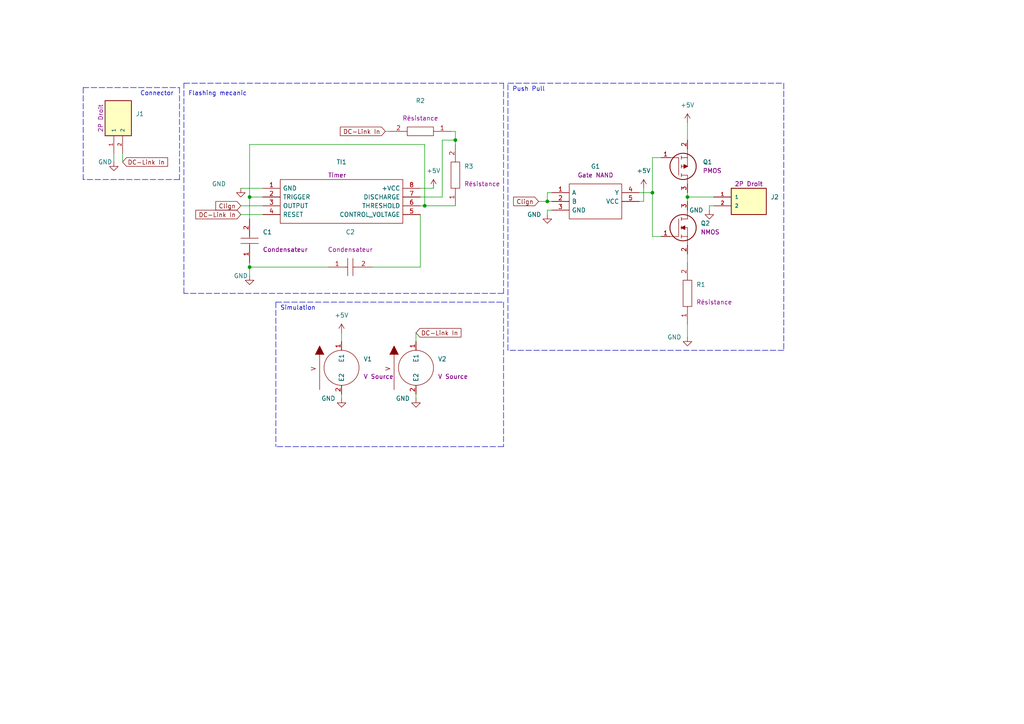
<source format=kicad_sch>
(kicad_sch (version 20211123) (generator eeschema)
  (paper "A4")
  (lib_symbols
    (symbol "2P Droit 2-11-2022_1" (pin_names (offset 1.016))
      (property "Reference" "J" (at 6.35 5.08 0))
      (property "Render Name" "2P Droit" (at 0 3.81 0))
      (symbol "2P Droit 2-11-2022_1_0_0"
        (rectangle (start -5.08 -5.08) (end 5.08 2.54) (stroke (width 0.254)) (fill (type background)))
        (pin passive line (at -10.16 0 0) (length 5.08) (name "1") (number "1"))
        (pin passive line (at -10.16 -2.54 0) (length 5.08) (name "2") (number "2"))
      )
    )
    (symbol "Condensateur 0805Y1000104JXT_1" (pin_names (offset 0.762))
      (property "Reference" "C" (at 20.32 5.08 0))
      (property "Spice_Model" "10" (at 5.08 6.35 0))
      (property "Render Name" "Condensateur" (at 6.35 3.81 0))
      (symbol "Condensateur 0805Y1000104JXT_1_0_0"
        (pin passive line (at 0 0 0) (length 5.08) (name "~") (number "1"))
        (pin passive line (at 12.7 0 180) (length 5.08) (name "~") (number "2"))
      )
      (symbol "Condensateur 0805Y1000104JXT_1_0_1"
        (polyline (pts (xy 5.08 0) (xy 5.588 0)) (stroke (width 0.1524)))
        (polyline (pts (xy 5.588 2.54) (xy 5.588 -2.54)) (stroke (width 0.1524)))
        (polyline (pts (xy 7.112 0) (xy 7.62 0)) (stroke (width 0.1524)))
        (polyline (pts (xy 7.112 2.54) (xy 7.112 -2.54)) (stroke (width 0.1524)))
      )
    )
    (symbol "EPSA_lib:2P Droit 2-11-2022" (pin_names (offset 1.016))
      (property "Reference" "J" (at 6.35 5.08 0))
      (property "Render Name" "2P Droit" (at 0 3.81 0))
      (symbol "2P Droit 2-11-2022_0_0"
        (rectangle (start -5.08 -5.08) (end 5.08 2.54) (stroke (width 0.254)) (fill (type background)))
        (pin passive line (at -10.16 0 0) (length 5.08) (name "1") (number "1"))
        (pin passive line (at -10.16 -2.54 0) (length 5.08) (name "2") (number "2"))
      )
    )
    (symbol "EPSA_lib:Condensateur 0805Y1000104JXT" (pin_names (offset 0.762))
      (property "Reference" "C" (at 20.32 5.08 0))
      (property "Spice_Model" "10" (at 5.08 6.35 0))
      (property "Render Name" "Condensateur" (at 6.35 3.81 0))
      (symbol "Condensateur 0805Y1000104JXT_0_0"
        (pin passive line (at 0 0 0) (length 5.08) (name "~") (number "1"))
        (pin passive line (at 12.7 0 180) (length 5.08) (name "~") (number "2"))
      )
      (symbol "Condensateur 0805Y1000104JXT_0_1"
        (polyline (pts (xy 5.08 0) (xy 5.588 0)) (stroke (width 0.1524)))
        (polyline (pts (xy 5.588 2.54) (xy 5.588 -2.54)) (stroke (width 0.1524)))
        (polyline (pts (xy 7.112 0) (xy 7.62 0)) (stroke (width 0.1524)))
        (polyline (pts (xy 7.112 2.54) (xy 7.112 -2.54)) (stroke (width 0.1524)))
      )
    )
    (symbol "EPSA_lib:Gate NAND SN74AHCT1G00DBVR" (pin_names (offset 0.762))
      (property "Reference" "G" (at 35.56 8.89 0))
      (property "Render Name" "Gate NAND" (at 12.7 3.81 0))
      (symbol "Gate NAND SN74AHCT1G00DBVR_0_0"
        (pin passive line (at 0 0 0) (length 5.08) (name "A") (number "1"))
        (pin passive line (at 0 -2.54 0) (length 5.08) (name "B") (number "2"))
        (pin passive line (at 0 -5.08 0) (length 5.08) (name "GND") (number "3"))
        (pin passive line (at 25.4 0 180) (length 5.08) (name "Y") (number "4"))
        (pin passive line (at 25.4 -2.54 180) (length 5.08) (name "VCC") (number "5"))
      )
      (symbol "Gate NAND SN74AHCT1G00DBVR_0_1"
        (polyline (pts (xy 5.08 2.54) (xy 20.32 2.54) (xy 20.32 -7.62) (xy 5.08 -7.62) (xy 5.08 2.54)) (stroke (width 0.1524)))
      )
    )
    (symbol "EPSA_lib:NMOS SQ2348ES-T1_GE3" (pin_names (offset 0.762))
      (property "Reference" "Q" (at 41.91 12.7 0))
      (property "Render Name" "NMOS" (at 15.875 0.635 0))
      (symbol "NMOS SQ2348ES-T1_GE3_0_0"
        (pin passive line (at 13.335 12.065 270) (length 2.54) (name "~") (number "1"))
        (pin passive line (at 8.255 4.445 0) (length 2.54) (name "~") (number "2"))
        (pin passive line (at 23.495 4.445 180) (length 2.54) (name "~") (number "3"))
      )
      (symbol "NMOS SQ2348ES-T1_GE3_0_1"
        (polyline (pts (xy 12.827 6.223) (xy 13.843 6.223)) (stroke (width 0.1524)))
        (polyline (pts (xy 13.335 6.223) (xy 13.335 4.445)) (stroke (width 0.1524)))
        (polyline (pts (xy 15.367 6.223) (xy 16.383 6.223)) (stroke (width 0.1524)))
        (polyline (pts (xy 15.875 4.445) (xy 10.795 4.445)) (stroke (width 0.1524)))
        (polyline (pts (xy 15.875 4.445) (xy 15.875 6.223)) (stroke (width 0.1524)))
        (polyline (pts (xy 18.415 4.445) (xy 18.415 6.223)) (stroke (width 0.1524)))
        (polyline (pts (xy 18.415 4.445) (xy 20.955 4.445)) (stroke (width 0.1524)))
        (polyline (pts (xy 18.923 6.223) (xy 17.907 6.223)) (stroke (width 0.1524)))
        (polyline (pts (xy 13.335 9.525) (xy 13.335 6.985) (xy 18.415 6.985)) (stroke (width 0.1524)))
        (polyline (pts (xy 15.875 6.223) (xy 16.383 5.207) (xy 15.367 5.207) (xy 15.875 6.223)) (stroke (width 0.254)) (fill (type outline)))
        (circle (center 15.875 5.715) (radius 3.81) (stroke (width 0.254)))
      )
    )
    (symbol "EPSA_lib:PMOS SI2343CDS-T1-GE3" (pin_names (offset 0.762))
      (property "Reference" "Q" (at 27.94 12.7 0))
      (property "Render Name" "PMOS" (at 1.27 -1.27 0))
      (symbol "PMOS SI2343CDS-T1-GE3_0_0"
        (pin passive line (at -1.905 10.795 270) (length 2.54) (name "~") (number "1"))
        (pin passive line (at -6.985 3.175 0) (length 2.54) (name "~") (number "2"))
        (pin passive line (at 8.255 3.175 180) (length 2.54) (name "~") (number "3"))
      )
      (symbol "PMOS SI2343CDS-T1-GE3_0_1"
        (polyline (pts (xy -2.413 4.953) (xy -1.397 4.953)) (stroke (width 0.1524)))
        (polyline (pts (xy -1.905 4.953) (xy -1.905 3.175)) (stroke (width 0.1524)))
        (polyline (pts (xy 0.127 4.953) (xy 1.143 4.953)) (stroke (width 0.1524)))
        (polyline (pts (xy 0.635 3.175) (xy -4.445 3.175)) (stroke (width 0.1524)))
        (polyline (pts (xy 0.635 3.175) (xy 0.635 4.953)) (stroke (width 0.1524)))
        (polyline (pts (xy 3.175 3.175) (xy 3.175 4.953)) (stroke (width 0.1524)))
        (polyline (pts (xy 3.175 3.175) (xy 5.715 3.175)) (stroke (width 0.1524)))
        (polyline (pts (xy 3.683 4.953) (xy 2.667 4.953)) (stroke (width 0.1524)))
        (polyline (pts (xy -1.905 8.255) (xy -1.905 5.715) (xy 3.175 5.715)) (stroke (width 0.1524)))
        (polyline (pts (xy 0.635 3.175) (xy 1.143 4.191) (xy 0.127 4.191) (xy 0.635 3.175)) (stroke (width 0.254)) (fill (type outline)))
        (circle (center 0.635 4.445) (radius 3.81) (stroke (width 0.254)))
      )
    )
    (symbol "EPSA_lib:Résistance RK73H2BLTDD2152F" (pin_names (offset 0.762))
      (property "Reference" "R" (at 25.4 5.08 0))
      (property "Spice_Model" "10" (at 7.62 5.08 0))
      (property "Render Name" "Résistance" (at 8.89 2.54 0))
      (symbol "Résistance RK73H2BLTDD2152F_0_0"
        (pin passive line (at 0 0 0) (length 5.08) (name "~") (number "1"))
        (pin passive line (at 17.78 0 180) (length 5.08) (name "~") (number "2"))
      )
      (symbol "Résistance RK73H2BLTDD2152F_0_1"
        (polyline (pts (xy 5.08 1.27) (xy 12.7 1.27) (xy 12.7 -1.27) (xy 5.08 -1.27) (xy 5.08 1.27)) (stroke (width 0.1524)))
      )
    )
    (symbol "EPSA_lib:Timer 555 LM555CMX_NOPB" (pin_names (offset 0.762))
      (property "Reference" "TI" (at 53.34 10.16 0))
      (property "Render Name" "Timer" (at 21.59 3.81 0))
      (symbol "Timer 555 LM555CMX_NOPB_0_0"
        (pin passive line (at 0 0 0) (length 5.08) (name "GND") (number "1"))
        (pin passive line (at 0 -2.54 0) (length 5.08) (name "TRIGGER") (number "2"))
        (pin passive line (at 0 -5.08 0) (length 5.08) (name "OUTPUT") (number "3"))
        (pin passive line (at 0 -7.62 0) (length 5.08) (name "RESET") (number "4"))
        (pin passive line (at 45.72 -7.62 180) (length 5.08) (name "CONTROL_VOLTAGE") (number "5"))
        (pin passive line (at 45.72 -5.08 180) (length 5.08) (name "THRESHOLD") (number "6"))
        (pin passive line (at 45.72 -2.54 180) (length 5.08) (name "DISCHARGE") (number "7"))
        (pin passive line (at 45.72 0 180) (length 5.08) (name "+VCC") (number "8"))
      )
      (symbol "Timer 555 LM555CMX_NOPB_0_1"
        (polyline (pts (xy 5.08 2.54) (xy 40.64 2.54) (xy 40.64 -10.16) (xy 5.08 -10.16) (xy 5.08 2.54)) (stroke (width 0.1524)))
      )
    )
    (symbol "EPSA_lib:VSOURCE" (pin_names (offset 1.016)) (in_bom no) (on_board no)
      (property "Reference" "V" (at 8.89 12.7 0))
      (property "Spice_Model" "dc 5" (at -1.27 12.7 0))
      (property "Render Name" "V Source" (at -1.27 10.16 0))
      (symbol "VSOURCE_0_1"
        (circle (center -1.27 0) (radius 5.08))
        (polyline (pts (xy -7.62 6.35) (xy 2.54 6.35)) (fill (type outline)))
        (polyline (pts (xy 2.54 7.62) (xy 5.08 6.35) (xy 2.54 5.08)) (fill (type outline)))
        (text "V" (at -1.524 8.128 0) (effects (font (size 1.27 1.27))))
      )
      (symbol "VSOURCE_1_1"
        (pin input line (at 6.35 0 180) (length 2.54) (name "E1") (number "1"))
        (pin input line (at -8.89 0 0) (length 2.54) (name "E2") (number "2"))
      )
    )
    (symbol "Résistance RK73H2BLTDD2152F_1" (pin_names (offset 0.762))
      (property "Reference" "R" (at 25.4 5.08 0))
      (property "Spice_Model" "10" (at 7.62 5.08 0))
      (property "Render Name" "Résistance" (at 8.89 2.54 0))
      (symbol "Résistance RK73H2BLTDD2152F_1_0_0"
        (pin passive line (at 0 0 0) (length 5.08) (name "~") (number "1"))
        (pin passive line (at 17.78 0 180) (length 5.08) (name "~") (number "2"))
      )
      (symbol "Résistance RK73H2BLTDD2152F_1_0_1"
        (polyline (pts (xy 5.08 1.27) (xy 12.7 1.27) (xy 12.7 -1.27) (xy 5.08 -1.27) (xy 5.08 1.27)) (stroke (width 0.1524)))
      )
    )
    (symbol "Résistance RK73H2BLTDD2152F_2" (pin_names (offset 0.762))
      (property "Reference" "R" (at 25.4 5.08 0))
      (property "Spice_Model" "10" (at 7.62 5.08 0))
      (property "Render Name" "Résistance" (at 8.89 2.54 0))
      (symbol "Résistance RK73H2BLTDD2152F_2_0_0"
        (pin passive line (at 0 0 0) (length 5.08) (name "~") (number "1"))
        (pin passive line (at 17.78 0 180) (length 5.08) (name "~") (number "2"))
      )
      (symbol "Résistance RK73H2BLTDD2152F_2_0_1"
        (polyline (pts (xy 5.08 1.27) (xy 12.7 1.27) (xy 12.7 -1.27) (xy 5.08 -1.27) (xy 5.08 1.27)) (stroke (width 0.1524)))
      )
    )
    (symbol "power:+5V" (power) (pin_names (offset 0))
      (property "Value" "+5V" (at 0 3.556 0))
      (symbol "+5V_0_1"
        (polyline (pts (xy -0.762 1.27) (xy 0 2.54)))
        (polyline (pts (xy 0 0) (xy 0 2.54)))
        (polyline (pts (xy 0 2.54) (xy 0.762 1.27)))
      )
      (symbol "+5V_1_1"
        (pin power_in line (at 0 0 90) (length 0) hide (name "+5V") (number "1"))
      )
    )
    (symbol "power:GND" (power) (pin_names (offset 0))
      (property "Value" "GND" (at 0 -3.81 0))
      (symbol "GND_0_1"
        (polyline (pts (xy 0 0) (xy 0 -1.27) (xy 1.27 -1.27) (xy 0 -2.54) (xy -1.27 -1.27) (xy 0 -1.27)))
      )
      (symbol "GND_1_1"
        (pin power_in line (at 0 0 270) (length 0) hide (name "GND") (number "1"))
      )
    )
  )
  (junction (at 123.19 59.69))
  (junction (at 132.08 40.64))
  (junction (at 72.39 77.47))
  (junction (at 199.39 57.15))
  (junction (at 72.39 57.15))
  (junction (at 189.23 55.88))
  (junction (at 158.75 58.42))
  (polyline (pts (xy 24.13 25.4) (xy 24.13 52.07)))
  (polyline (pts (xy 52.07 25.4) (xy 52.07 52.07)))
  (wire (pts (xy 186.69 54.61) (xy 186.69 58.42)))
  (polyline (pts (xy 24.13 25.4) (xy 52.07 25.4)))
  (wire (pts (xy 69.85 59.69) (xy 76.2 59.69)))
  (wire (pts (xy 121.92 62.23) (xy 121.92 77.47)))
  (polyline (pts (xy 147.32 101.6) (xy 147.32 24.13)))
  (polyline (pts (xy 80.01 87.63) (xy 146.05 87.63)))
  (polyline (pts (xy 146.05 87.63) (xy 146.05 129.54)))
  (wire (pts (xy 191.77 45.72) (xy 189.23 45.72)))
  (wire (pts (xy 72.39 41.91) (xy 123.19 41.91)))
  (wire (pts (xy 185.42 55.88) (xy 189.23 55.88)))
  (wire (pts (xy 132.08 38.1) (xy 132.08 40.64)))
  (wire (pts (xy 205.74 59.69) (xy 205.74 60.96)))
  (wire (pts (xy 128.27 40.64) (xy 128.27 57.15)))
  (polyline (pts (xy 227.33 101.6) (xy 147.32 101.6)))
  (polyline (pts (xy 227.33 24.13) (xy 227.33 101.6)))
  (wire (pts (xy 189.23 45.72) (xy 189.23 55.88)))
  (wire (pts (xy 72.39 57.15) (xy 72.39 63.5)))
  (wire (pts (xy 199.39 57.15) (xy 207.01 57.15)))
  (wire (pts (xy 158.75 55.88) (xy 158.75 58.42)))
  (wire (pts (xy 156.21 58.42) (xy 158.75 58.42)))
  (polyline (pts (xy 147.32 24.13) (xy 227.33 24.13)))
  (wire (pts (xy 120.65 96.52) (xy 120.65 99.06)))
  (wire (pts (xy 123.19 59.69) (xy 132.08 59.69)))
  (wire (pts (xy 120.65 114.3) (xy 120.65 115.57)))
  (wire (pts (xy 160.02 55.88) (xy 158.75 55.88)))
  (wire (pts (xy 69.85 54.61) (xy 76.2 54.61)))
  (wire (pts (xy 72.39 77.47) (xy 72.39 80.01)))
  (wire (pts (xy 205.74 59.69) (xy 207.01 59.69)))
  (polyline (pts (xy 80.01 87.63) (xy 80.01 129.54)))
  (polyline (pts (xy 146.05 129.54) (xy 80.01 129.54)))
  (wire (pts (xy 35.56 44.45) (xy 35.56 46.99)))
  (wire (pts (xy 132.08 38.1) (xy 130.81 38.1)))
  (wire (pts (xy 199.39 93.98) (xy 199.39 97.79)))
  (wire (pts (xy 113.03 38.1) (xy 111.76 38.1)))
  (wire (pts (xy 121.92 77.47) (xy 107.95 77.47)))
  (wire (pts (xy 99.06 114.3) (xy 99.06 115.57)))
  (polyline (pts (xy 146.05 85.09) (xy 53.34 85.09)))
  (wire (pts (xy 199.39 35.56) (xy 199.39 40.64)))
  (wire (pts (xy 121.92 57.15) (xy 128.27 57.15)))
  (wire (pts (xy 189.23 55.88) (xy 189.23 68.58)))
  (wire (pts (xy 132.08 40.64) (xy 128.27 40.64)))
  (wire (pts (xy 158.75 58.42) (xy 160.02 58.42)))
  (wire (pts (xy 158.75 60.96) (xy 158.75 62.23)))
  (wire (pts (xy 72.39 41.91) (xy 72.39 57.15)))
  (wire (pts (xy 132.08 40.64) (xy 132.08 41.91)))
  (wire (pts (xy 72.39 77.47) (xy 95.25 77.47)))
  (polyline (pts (xy 52.07 52.07) (xy 24.13 52.07)))
  (polyline (pts (xy 53.34 24.13) (xy 146.05 24.13)))
  (wire (pts (xy 99.06 96.52) (xy 99.06 99.06)))
  (polyline (pts (xy 146.05 24.13) (xy 146.05 85.09)))
  (wire (pts (xy 199.39 57.15) (xy 199.39 58.42)))
  (wire (pts (xy 69.85 62.23) (xy 76.2 62.23)))
  (wire (pts (xy 72.39 76.2) (xy 72.39 77.47)))
  (wire (pts (xy 189.23 68.58) (xy 191.77 68.58)))
  (wire (pts (xy 33.02 44.45) (xy 33.02 46.99)))
  (wire (pts (xy 72.39 57.15) (xy 76.2 57.15)))
  (wire (pts (xy 199.39 73.66) (xy 199.39 76.2)))
  (polyline (pts (xy 53.34 85.09) (xy 53.34 24.13)))
  (wire (pts (xy 121.92 54.61) (xy 125.73 54.61)))
  (wire (pts (xy 199.39 55.88) (xy 199.39 57.15)))
  (wire (pts (xy 160.02 60.96) (xy 158.75 60.96)))
  (wire (pts (xy 185.42 58.42) (xy 186.69 58.42)))
  (wire (pts (xy 123.19 59.69) (xy 123.19 41.91)))
  (wire (pts (xy 121.92 59.69) (xy 123.19 59.69)))
  (text "Push Pull\n" (at 148.59 26.67 0) (effects (font (size 1.27 1.27)) (justify left bottom)))
  (text "Connector\n" (at 40.64 27.94 0) (effects (font (size 1.27 1.27)) (justify left bottom)))
  (text "Simulation\n" (at 81.28 90.17 0) (effects (font (size 1.27 1.27)) (justify left bottom)))
  (text "Flashing mecanic\n" (at 54.61 27.94 0) (effects (font (size 1.27 1.27)) (justify left bottom)))
  (global_label "DC-Link In" (shape input) (at 111.76 38.1 180) (property "Intersheet References" "${INTERSHEET_REFS}" (effects hide)))
  (global_label "DC-Link In" (shape input) (at 120.65 96.52 0) (property "Intersheet References" "${INTERSHEET_REFS}" (effects hide)))
  (global_label "Clign" (shape input) (at 156.21 58.42 180) (property "Intersheet References" "${INTERSHEET_REFS}" (effects hide)))
  (global_label "DC-Link In" (shape input) (at 35.56 46.99 0) (property "Intersheet References" "${INTERSHEET_REFS}" (effects hide)))
  (global_label "DC-Link In" (shape input) (at 69.85 62.23 180) (property "Intersheet References" "${INTERSHEET_REFS}" (effects hide)))
  (global_label "Clign" (shape input) (at 69.85 59.69 180) (property "Intersheet References" "${INTERSHEET_REFS}" (effects hide)))
  (symbol (lib_id "power:+5V") (at 125.73 54.61 0) (unit 1)
    (property "Reference" "#PWR012" (effects hide))
    (property "Value" "+5V" (at 125.73 49.53 0))
  )
  (symbol (lib_id "EPSA_lib:Gate NAND SN74AHCT1G00DBVR") (at 160.02 55.88 0) (unit 1)
    (property "Reference" "G1" (at 172.72 48.26 0))
    (property "Value" "Gate NAND SN74AHCT1G00DBVR" (effects hide))
    (property "Footprint" "EPSA_lib:SOT95P280X145-5N" (effects hide))
    (property "Datasheet" "http://www.ti.com/lit/gpn/sn74ahct1g00" (effects hide))
    (property "Description" "Single 2-Input Positive-NAND Gate" (effects hide))
    (property "Height" "1.45" (effects hide))
    (property "Manufacturer_Name" "Texas Instruments" (effects hide))
    (property "Manufacturer_Part_Number" "SN74AHCT1G00DBVR" (effects hide))
    (property "Mouser Part Number" "595-SN74AHCT1G00DBVR" (effects hide))
    (property "Mouser Price/Stock" "https://www.mouser.co.uk/ProductDetail/Texas-Instruments/SN74AHCT1G00DBVR?qs=w32V8uFkMxnwwXcMH%2F61Dg%3D%3D" (effects hide))
    (property "Arrow Part Number" "SN74AHCT1G00DBVR" (effects hide))
    (property "Arrow Price/Stock" "https://www.arrow.com/en/products/sn74ahct1g00dbvr/texas-instruments" (effects hide))
    (property "Spice_Primitive" "X" (effects hide))
    (property "Spice_Model" "SN74AHCT1G00" (effects hide))
    (property "Spice_Netlist_Enabled" "Y" (effects hide))
    (property "Spice_Node_Sequence" "4,1,2,5,3" (effects hide))
    (property "Spice_Lib_File" "${EPSA}\\SpiceModel\\NAND_SN74AHCT1G00.lib" (effects hide))
    (property "Render Name" "Gate NAND" (at 172.72 50.8 0))
  )
  (symbol (lib_id "power:GND") (at 199.39 97.79 0) (unit 1)
    (property "Reference" "#PWR08" (effects hide))
    (property "Value" "GND" (at 195.58 97.79 0))
  )
  (symbol (lib_id "power:+5V") (at 186.69 54.61 0) (unit 1)
    (property "Reference" "#PWR06" (effects hide))
    (property "Value" "+5V" (at 186.69 49.53 0))
  )
  (symbol (lib_id "power:GND") (at 158.75 62.23 0) (unit 1)
    (property "Reference" "#PWR05" (effects hide))
    (property "Value" "GND" (at 154.94 62.23 0))
  )
  (symbol (lib_id "power:+5V") (at 199.39 35.56 0) (unit 1)
    (property "Reference" "#PWR07" (effects hide))
    (property "Value" "+5V" (at 199.39 30.48 0))
  )
  (symbol (lib_id "power:GND") (at 33.02 46.99 0) (unit 1)
    (property "Reference" "#PWR03" (effects hide))
    (property "Value" "GND" (at 30.48 46.99 0))
  )
  (symbol (lib_id "EPSA_lib:VSOURCE") (at 99.06 105.41 90) (unit 1) (in_bom no) (on_board no)
    (property "Reference" "V1" (at 105.41 104.1399 90) (effects (justify right)))
    (property "Value" "VSOURCE" (effects hide))
    (property "Spice_Primitive" "V" (effects hide))
    (property "Spice_Model" "dc 5" (at 105.41 106.6799 90) (effects (justify right)))
    (property "Spice_Netlist_Enabled" "Y" (effects hide))
    (property "Render Name" "V Source" (at 105.41 109.2199 90) (effects (justify right)))
  )
  (symbol (lib_id "EPSA_lib:VSOURCE") (at 120.65 105.41 90) (unit 1) (in_bom no) (on_board no)
    (property "Reference" "V2" (at 127 104.1399 90) (effects (justify right)))
    (property "Value" "VSOURCE" (effects hide))
    (property "Spice_Primitive" "V" (effects hide))
    (property "Spice_Model" "dc 5 pulse(0 5 1 100m 100m 5 10)" (at 138.43 90.17 0) (effects (justify right)))
    (property "Spice_Netlist_Enabled" "Y" (effects hide))
    (property "Render Name" "V Source" (at 127 109.2199 90) (effects (justify right)))
  )
  (symbol (lib_id "power:GND") (at 205.74 60.96 0) (unit 1)
    (property "Reference" "#PWR011" (effects hide))
    (property "Value" "GND" (at 201.93 60.96 0))
  )
  (symbol (lib_id "EPSA_lib:Résistance RK73H2BLTDD2152F") (at 199.39 93.98 90) (unit 1)
    (property "Reference" "R1" (at 201.93 82.5499 90) (effects (justify right)))
    (property "Value" "Résistance RK73H2BLTDD2152F" (effects hide))
    (property "Footprint" "EPSA_lib:RESC3216X70N" (effects hide))
    (property "Datasheet" "http://www.koaspeer.com/catimages/Products/RK73H/RK73H.pdf" (effects hide))
    (property "Description" "Thick Film Resistors - SMD" (effects hide))
    (property "Height" "0.7" (effects hide))
    (property "Manufacturer_Name" "KOA Speer" (effects hide))
    (property "Manufacturer_Part_Number" "RK73H2BLTDD2152F" (effects hide))
    (property "Mouser Part Number" "N/A" (effects hide))
    (property "Mouser Price/Stock" "https://www.mouser.co.uk/ProductDetail/KOA-Speer/RK73H2BLTDD2152F?qs=WeIALVmW3zmyxMFsjVzMRw%3D%3D" (effects hide))
    (property "Spice_Primitive" "R" (effects hide))
    (property "Spice_Model" "1k" (at 201.93 85.0899 90) (effects (justify right)))
    (property "Spice_Netlist_Enabled" "Y" (effects hide))
    (property "Render Name" "Résistance" (at 201.93 87.6299 90) (effects (justify right)))
  )
  (symbol (lib_id "power:GND") (at 72.39 80.01 0) (unit 1)
    (property "Reference" "#PWR010" (effects hide))
    (property "Value" "GND" (at 69.85 80.01 0))
  )
  (symbol (lib_name "Résistance RK73H2BLTDD2152F_2") (lib_id "EPSA_lib:Résistance RK73H2BLTDD2152F") (at 132.08 59.69 90) (unit 1)
    (property "Reference" "R3" (at 134.62 48.2599 90) (effects (justify right)))
    (property "Value" "Résistance RK73H2BLTDD2152F" (effects hide))
    (property "Footprint" "EPSA_lib:RESC3216X70N" (effects hide))
    (property "Datasheet" "http://www.koaspeer.com/catimages/Products/RK73H/RK73H.pdf" (effects hide))
    (property "Description" "Thick Film Resistors - SMD" (effects hide))
    (property "Height" "0.7" (effects hide))
    (property "Manufacturer_Name" "KOA Speer" (effects hide))
    (property "Manufacturer_Part_Number" "RK73H2BLTDD2152F" (effects hide))
    (property "Mouser Part Number" "N/A" (effects hide))
    (property "Mouser Price/Stock" "https://www.mouser.co.uk/ProductDetail/KOA-Speer/RK73H2BLTDD2152F?qs=WeIALVmW3zmyxMFsjVzMRw%3D%3D" (effects hide))
    (property "Spice_Primitive" "R" (effects hide))
    (property "Spice_Model" "200k" (at 134.62 50.7999 90) (effects (justify right)))
    (property "Spice_Netlist_Enabled" "Y" (effects hide))
    (property "Render Name" "Résistance" (at 134.62 53.3399 90) (effects (justify right)))
  )
  (symbol (lib_id "EPSA_lib:PMOS SI2343CDS-T1-GE3") (at 202.565 47.625 90) (mirror x) (unit 1)
    (property "Reference" "Q1" (at 203.835 46.9899 90) (effects (justify right)))
    (property "Value" "PMOS SI2343CDS-T1-GE3" (effects hide))
    (property "Footprint" "EPSA_lib:SOT95P237X112-3N" (effects hide))
    (property "Datasheet" "https://datasheet.datasheetarchive.com/originals/distributors/Datasheets-DGA23/1582493.pdf" (effects hide))
    (property "Description" "Trans MOSFET P-CH 30V 4.2A 3-Pin Vishay SI2343CDS-T1-GE3 P-channel MOSFET Transistor, 4.7 A, -30 V, 3-Pin TO-236" (effects hide))
    (property "Height" "1.12" (effects hide))
    (property "Manufacturer_Name" "Vishay" (effects hide))
    (property "Manufacturer_Part_Number" "SI2343CDS-T1-GE3" (effects hide))
    (property "Mouser Part Number" "781-SI2343CDS-T1-GE3" (effects hide))
    (property "Mouser Price/Stock" "https://www.mouser.co.uk/ProductDetail/Vishay-Semiconductors/SI2343CDS-T1-GE3?qs=WX95TUc1y56rXCTRPp%252BkZQ%3D%3D" (effects hide))
    (property "Arrow Part Number" "SI2343CDS-T1-GE3" (effects hide))
    (property "Arrow Price/Stock" "https://www.arrow.com/en/products/si2343cds-t1-ge3/vishay" (effects hide))
    (property "Spice_Primitive" "X" (effects hide))
    (property "Spice_Model" "Si2343CDS" (effects hide))
    (property "Spice_Netlist_Enabled" "Y" (effects hide))
    (property "Spice_Node_Sequence" "3,1,2" (effects hide))
    (property "Spice_Lib_File" "${EPSA}\\SpiceModel\\PMOS_si2343cds_ps Rev B.lib" (effects hide))
    (property "Render Name" "PMOS" (at 203.835 49.5299 90) (effects (justify right)))
  )
  (symbol (lib_name "2P Droit 2-11-2022_1") (lib_id "EPSA_lib:2P Droit 2-11-2022") (at 33.02 34.29 90) (unit 1)
    (property "Reference" "J1" (at 39.37 33.0199 90) (effects (justify right)))
    (property "Value" "2P Droit 2-11-2022" (effects hide))
    (property "Footprint" "EPSA_lib:MOLEX_22-11-2022" (effects hide))
    (property "MAXIMUM_PACKAGE_HEIGHT" "10.66mm" (effects hide))
    (property "PARTREV" "BD8" (effects hide))
    (property "STANDARD" "Manufacturer Recommendations" (effects hide))
    (property "MANUFACTURER" "Molex" (effects hide))
    (property "Spice_Primitive" "J" (effects hide))
    (property "Spice_Model" "22-11-2022" (effects hide))
    (property "Spice_Netlist_Enabled" "N" (effects hide))
    (property "Render Name" "2P Droit" (at 29.21 34.29 0))
  )
  (symbol (lib_id "power:GND") (at 120.65 115.57 0) (unit 1)
    (property "Reference" "#PWR04" (effects hide))
    (property "Value" "GND" (at 116.84 115.57 0))
  )
  (symbol (lib_id "EPSA_lib:2P Droit 2-11-2022") (at 217.17 57.15 0) (unit 1)
    (property "Reference" "J2" (at 223.52 57.1499 0) (effects (justify left)))
    (property "Value" "2P Droit 2-11-2022" (effects hide))
    (property "Footprint" "EPSA_lib:MOLEX_22-11-2022" (effects hide))
    (property "MAXIMUM_PACKAGE_HEIGHT" "10.66mm" (effects hide))
    (property "PARTREV" "BD8" (effects hide))
    (property "STANDARD" "Manufacturer Recommendations" (effects hide))
    (property "MANUFACTURER" "Molex" (effects hide))
    (property "Spice_Primitive" "J" (effects hide))
    (property "Spice_Model" "22-11-2022" (effects hide))
    (property "Spice_Netlist_Enabled" "N" (effects hide))
    (property "Render Name" "2P Droit" (at 217.17 53.34 0))
  )
  (symbol (lib_id "EPSA_lib:NMOS SQ2348ES-T1_GE3") (at 203.835 81.915 90) (unit 1)
    (property "Reference" "Q2" (at 203.2 64.7699 90) (effects (justify right)))
    (property "Value" "NMOS SQ2348ES-T1_GE3" (effects hide))
    (property "Footprint" "EPSA_lib:SOT95P237X112-3N" (effects hide))
    (property "Datasheet" "http://www.vishay.com/docs/63706/sq2348es.pdf" (effects hide))
    (property "Description" "VISHAY - SQ2348ES-T1_GE3 - MOSFET, AEC-Q101, N-CH, 30V, SOT-23" (effects hide))
    (property "Height" "1.12" (effects hide))
    (property "Manufacturer_Name" "Vishay" (effects hide))
    (property "Manufacturer_Part_Number" "SQ2348ES-T1_GE3" (effects hide))
    (property "Mouser Part Number" "781-SQ2348ES-T1_GE3" (effects hide))
    (property "Mouser Price/Stock" "https://www.mouser.co.uk/ProductDetail/Vishay-Siliconix/SQ2348ES-T1_GE3?qs=jHkklCh7amgC88blremf%252Bw%3D%3D" (effects hide))
    (property "Arrow Part Number" "SQ2348ES-T1_GE3" (effects hide))
    (property "Arrow Price/Stock" "https://www.arrow.com/en/products/sq2348es-t1-ge3/vishay?region=nac" (effects hide))
    (property "Spice_Primitive" "X" (effects hide))
    (property "Spice_Model" "SQ2348ES" (effects hide))
    (property "Spice_Netlist_Enabled" "Y" (effects hide))
    (property "Spice_Node_Sequence" "3,1,2" (effects hide))
    (property "Spice_Lib_File" "${EPSA}\\SpiceModel\\NMOS_SQ2348ES_PS Rev A.LIB" (effects hide))
    (property "Render Name" "NMOS" (at 203.2 67.3099 90) (effects (justify right)))
  )
  (symbol (lib_id "EPSA_lib:Condensateur 0805Y1000104JXT") (at 72.39 76.2 90) (unit 1)
    (property "Reference" "C1" (at 76.2 67.3099 90) (effects (justify right)))
    (property "Value" "Condensateur 0805Y1000104JXT" (effects hide))
    (property "Footprint" "EPSA_lib:CAPC2012X130N" (effects hide))
    (property "Datasheet" "http://docs-europe.electrocomponents.com/webdocs/119d/0900766b8119d7bc.pdf" (effects hide))
    (property "Description" "Syfer 0805 Ceramic Chip Capacitors" (effects hide))
    (property "Height" "1.3" (effects hide))
    (property "Manufacturer_Name" "Syfer" (effects hide))
    (property "Manufacturer_Part_Number" "0805Y1000104JXT" (effects hide))
    (property "Arrow Part Number" "0805Y1000104JXT" (effects hide))
    (property "Arrow Price/Stock" "https://www.arrow.com/en/products/0805y1000104jxt/syfer-technology?region=europe" (effects hide))
    (property "Spice_Primitive" "C" (effects hide))
    (property "Spice_Model" "1u" (at 76.2 69.8499 90) (effects (justify right)))
    (property "Spice_Netlist_Enabled" "Y" (effects hide))
    (property "Render Name" "Condensateur" (at 76.2 72.3899 90) (effects (justify right)))
  )
  (symbol (lib_name "Résistance RK73H2BLTDD2152F_1") (lib_id "EPSA_lib:Résistance RK73H2BLTDD2152F") (at 130.81 38.1 180) (unit 1)
    (property "Reference" "R2" (at 121.92 29.21 0))
    (property "Value" "Résistance RK73H2BLTDD2152F" (effects hide))
    (property "Footprint" "EPSA_lib:RESC3216X70N" (effects hide))
    (property "Datasheet" "http://www.koaspeer.com/catimages/Products/RK73H/RK73H.pdf" (effects hide))
    (property "Description" "Thick Film Resistors - SMD" (effects hide))
    (property "Height" "0.7" (effects hide))
    (property "Manufacturer_Name" "KOA Speer" (effects hide))
    (property "Manufacturer_Part_Number" "RK73H2BLTDD2152F" (effects hide))
    (property "Mouser Part Number" "N/A" (effects hide))
    (property "Mouser Price/Stock" "https://www.mouser.co.uk/ProductDetail/KOA-Speer/RK73H2BLTDD2152F?qs=WeIALVmW3zmyxMFsjVzMRw%3D%3D" (effects hide))
    (property "Spice_Primitive" "R" (effects hide))
    (property "Spice_Model" "2k" (at 121.92 31.75 0))
    (property "Spice_Netlist_Enabled" "Y" (effects hide))
    (property "Render Name" "Résistance" (at 121.92 34.29 0))
  )
  (symbol (lib_name "Condensateur 0805Y1000104JXT_1") (lib_id "EPSA_lib:Condensateur 0805Y1000104JXT") (at 95.25 77.47 0) (unit 1)
    (property "Reference" "C2" (at 101.6 67.31 0))
    (property "Value" "Condensateur 0805Y1000104JXT" (effects hide))
    (property "Footprint" "EPSA_lib:CAPC2012X130N" (effects hide))
    (property "Datasheet" "http://docs-europe.electrocomponents.com/webdocs/119d/0900766b8119d7bc.pdf" (effects hide))
    (property "Description" "Syfer 0805 Ceramic Chip Capacitors" (effects hide))
    (property "Height" "1.3" (effects hide))
    (property "Manufacturer_Name" "Syfer" (effects hide))
    (property "Manufacturer_Part_Number" "0805Y1000104JXT" (effects hide))
    (property "Arrow Part Number" "0805Y1000104JXT" (effects hide))
    (property "Arrow Price/Stock" "https://www.arrow.com/en/products/0805y1000104jxt/syfer-technology?region=europe" (effects hide))
    (property "Spice_Primitive" "C" (effects hide))
    (property "Spice_Model" "0.01u" (at 101.6 69.85 0))
    (property "Spice_Netlist_Enabled" "Y" (effects hide))
    (property "Render Name" "Condensateur" (at 101.6 72.39 0))
  )
  (symbol (lib_id "power:GND") (at 69.85 54.61 0) (unit 1)
    (property "Reference" "#PWR09" (effects hide))
    (property "Value" "GND" (at 63.5 53.34 0))
  )
  (symbol (lib_id "EPSA_lib:Timer 555 LM555CMX_NOPB") (at 76.2 54.61 0) (unit 1)
    (property "Reference" "TI1" (at 99.06 46.99 0))
    (property "Value" "Timer 555 LM555CMX_NOPB" (effects hide))
    (property "Footprint" "EPSA_lib:SOIC127P600X175-8N" (effects hide))
    (property "Datasheet" "http://www.ti.com/lit/ds/symlink/lm555.pdf" (effects hide))
    (property "Description" "Highly stable 555 timer for generating accurate time delays and oscillation" (effects hide))
    (property "Height" "1.75" (effects hide))
    (property "Manufacturer_Name" "Texas Instruments" (effects hide))
    (property "Manufacturer_Part_Number" "LM555CMX/NOPB" (effects hide))
    (property "Mouser Part Number" "926-LM555CMX/NOPB" (effects hide))
    (property "Mouser Price/Stock" "https://www.mouser.co.uk/ProductDetail/Texas-Instruments/LM555CMX-NOPB?qs=QbsRYf82W3GHnQuoL%2FmIoA%3D%3D" (effects hide))
    (property "Arrow Part Number" "LM555CMX/NOPB" (effects hide))
    (property "Arrow Price/Stock" "https://www.arrow.com/en/products/lm555cmxnopb/texas-instruments?region=nac" (effects hide))
    (property "Spice_Primitive" "X" (effects hide))
    (property "Spice_Model" "TLC555" (effects hide))
    (property "Spice_Netlist_Enabled" "Y" (effects hide))
    (property "Spice_Lib_File" "${EPSA}\\SpiceModel\\555_TLC555.lib" (effects hide))
    (property "Spice_Node_Sequence" "6,5,2,4,3,7,8,1" (effects hide))
    (property "Render Name" "Timer" (at 97.79 50.8 0))
  )
  (symbol (lib_id "power:+5V") (at 99.06 96.52 0) (unit 1)
    (property "Reference" "#PWR01" (effects hide))
    (property "Value" "+5V" (at 99.06 91.44 0))
  )
  (symbol (lib_id "power:GND") (at 99.06 115.57 0) (unit 1)
    (property "Reference" "#PWR02" (effects hide))
    (property "Value" "GND" (at 95.25 115.57 0))
  )
)
</source>
